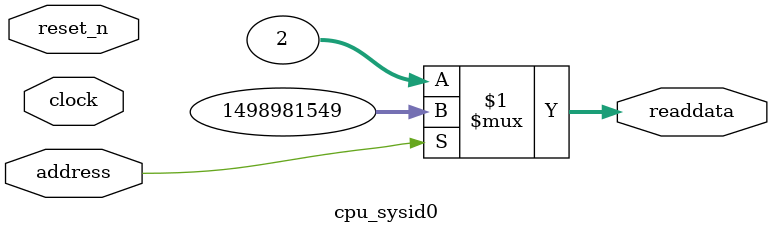
<source format=v>

`timescale 1ns / 1ps
// synthesis translate_on

// turn off superfluous verilog processor warnings 
// altera message_level Level1 
// altera message_off 10034 10035 10036 10037 10230 10240 10030 

module cpu_sysid0 (
               // inputs:
                address,
                clock,
                reset_n,

               // outputs:
                readdata
             )
;

  output  [ 31: 0] readdata;
  input            address;
  input            clock;
  input            reset_n;

  wire    [ 31: 0] readdata;
  //control_slave, which is an e_avalon_slave
  assign readdata = address ? 1498981549 : 2;

endmodule




</source>
